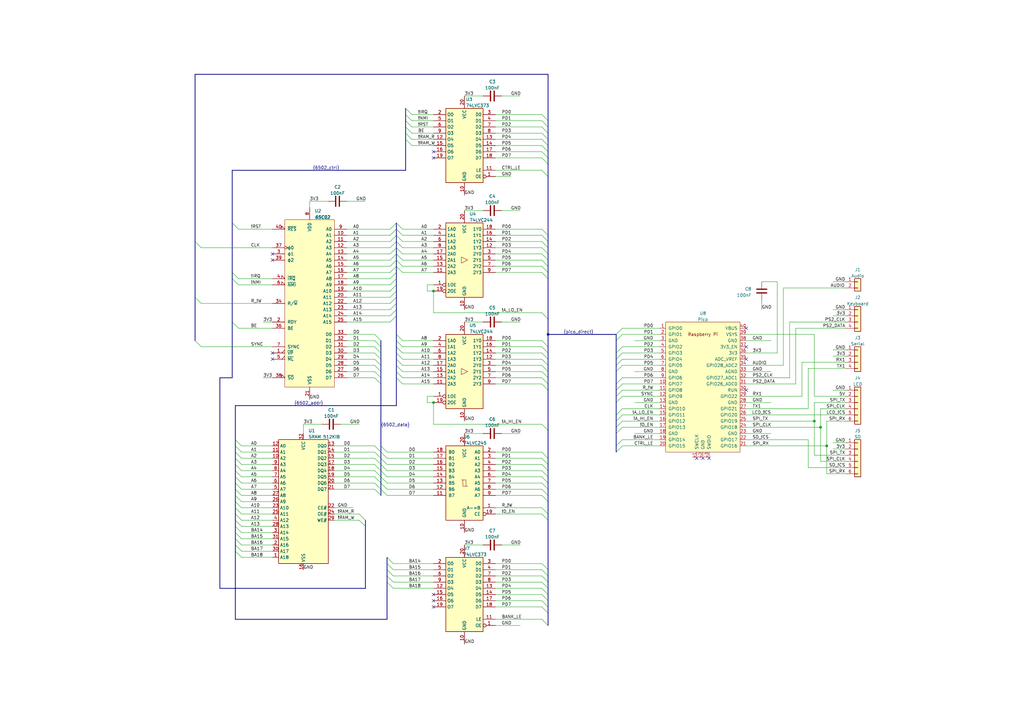
<source format=kicad_sch>
(kicad_sch (version 20211123) (generator eeschema)
  (paper "A3")
  (bus_alias "6502_addr" (members "A0" "A1" "A2" "A3" "A4" "A5" "A6" "A7" "A8" "A9" "A10" "A11" "A12" "A13" "BA14" "BA15" "BA16" "BA17" "BA18" "A14" "A15"))
  (bus_alias "pico_direct" (members "PD0" "PD1" "PD2" "PD3" "PD4" "PD5" "PD6" "PD7" "R_!W" "SYNC" "CLK" "!A_LO_EN" "!A_HI_EN" "BANK_LE" "CTRL_LE" "!D_EN"))
  (bus_alias "6502_ctrl" (members "!IRQ" "!NMI" "!RST" "BE" "!RAM_R" "!RAM_W"))
  (bus_alias "6502_data" (members "D0" "D1" "D2" "D3" "D4" "D5" "D6" "D7"))
  (junction (at 339.09 182.88))
  (junction (at 224.79 137.16))
  (junction (at 177.8 119.38))
  (junction (at 177.8 165.1))
  (junction (at 336.55 175.26))
  (junction (at 334.01 172.72))
  (no_connect (at 111.76 104.14))
  (no_connect (at 111.76 106.68))
  (no_connect (at 111.76 144.78))
  (no_connect (at 111.76 147.32))
  (no_connect (at 177.8 243.84))
  (no_connect (at 177.8 246.38))
  (no_connect (at 177.8 248.92))
  (no_connect (at 177.8 62.23))
  (no_connect (at 177.8 64.77))
  (no_connect (at 290.83 187.96))
  (no_connect (at 285.75 187.96))
  (no_connect (at 288.29 187.96))
  (no_connect (at 306.07 160.02))
  (no_connect (at 306.07 147.32))
  (no_connect (at 306.07 142.24))
  (no_connect (at 306.07 134.62))
  (bus_entry (at 162.56 109.22) (size 2.54 2.54))
  (bus_entry (at 96.52 226.06) (size 2.54 2.54))
  (bus_entry (at 222.25 152.4) (size 2.54 2.54))
  (bus_entry (at 153.67 149.86) (size 2.54 2.54))
  (bus_entry (at 96.52 213.36) (size 2.54 2.54))
  (bus_entry (at 222.25 243.84) (size 2.54 2.54))
  (bus_entry (at 222.25 246.38) (size 2.54 2.54))
  (bus_entry (at 222.25 248.92) (size 2.54 2.54))
  (bus_entry (at 166.37 44.45) (size 2.54 2.54))
  (bus_entry (at 162.56 154.94) (size 2.54 2.54))
  (bus_entry (at 222.25 144.78) (size 2.54 2.54))
  (bus_entry (at 158.75 231.14) (size 2.54 2.54))
  (bus_entry (at 95.25 91.44) (size 2.54 2.54))
  (bus_entry (at 153.67 142.24) (size 2.54 2.54))
  (bus_entry (at 255.27 149.86) (size -2.54 2.54))
  (bus_entry (at 222.25 62.23) (size 2.54 2.54))
  (bus_entry (at 222.25 64.77) (size 2.54 2.54))
  (bus_entry (at 166.37 49.53) (size 2.54 2.54))
  (bus_entry (at 222.25 154.94) (size 2.54 2.54))
  (bus_entry (at 156.21 200.66) (size 2.54 2.54))
  (bus_entry (at 222.25 195.58) (size 2.54 2.54))
  (bus_entry (at 160.02 114.3) (size 2.54 -2.54))
  (bus_entry (at 147.32 213.36) (size 2.54 2.54))
  (bus_entry (at 153.67 193.04) (size 2.54 2.54))
  (bus_entry (at 162.56 144.78) (size 2.54 2.54))
  (bus_entry (at 156.21 185.42) (size 2.54 2.54))
  (bus_entry (at 147.32 210.82) (size 2.54 2.54))
  (bus_entry (at 166.37 57.15) (size 2.54 2.54))
  (bus_entry (at 160.02 132.08) (size 2.54 -2.54))
  (bus_entry (at 96.52 185.42) (size 2.54 2.54))
  (bus_entry (at 96.52 193.04) (size 2.54 2.54))
  (bus_entry (at 255.27 170.18) (size -2.54 2.54))
  (bus_entry (at 96.52 203.2) (size 2.54 2.54))
  (bus_entry (at 222.25 231.14) (size 2.54 2.54))
  (bus_entry (at 153.67 198.12) (size 2.54 2.54))
  (bus_entry (at 222.25 190.5) (size 2.54 2.54))
  (bus_entry (at 153.67 182.88) (size 2.54 2.54))
  (bus_entry (at 255.27 154.94) (size -2.54 2.54))
  (bus_entry (at 156.21 190.5) (size 2.54 2.54))
  (bus_entry (at 162.56 101.6) (size 2.54 2.54))
  (bus_entry (at 222.25 200.66) (size 2.54 2.54))
  (bus_entry (at 162.56 91.44) (size 2.54 2.54))
  (bus_entry (at 222.25 101.6) (size 2.54 2.54))
  (bus_entry (at 222.25 49.53) (size 2.54 2.54))
  (bus_entry (at 222.25 128.27) (size 2.54 2.54))
  (bus_entry (at 222.25 233.68) (size 2.54 2.54))
  (bus_entry (at 160.02 93.98) (size 2.54 -2.54))
  (bus_entry (at 160.02 109.22) (size 2.54 -2.54))
  (bus_entry (at 222.25 59.69) (size 2.54 2.54))
  (bus_entry (at 162.56 139.7) (size 2.54 2.54))
  (bus_entry (at 255.27 144.78) (size -2.54 2.54))
  (bus_entry (at 255.27 180.34) (size -2.54 2.54))
  (bus_entry (at 255.27 182.88) (size -2.54 2.54))
  (bus_entry (at 222.25 139.7) (size 2.54 2.54))
  (bus_entry (at 80.01 121.92) (size 2.54 2.54))
  (bus_entry (at 80.01 139.7) (size 2.54 2.54))
  (bus_entry (at 162.56 93.98) (size 2.54 2.54))
  (bus_entry (at 96.52 195.58) (size 2.54 2.54))
  (bus_entry (at 95.25 132.08) (size 2.54 2.54))
  (bus_entry (at 255.27 162.56) (size -2.54 2.54))
  (bus_entry (at 162.56 147.32) (size 2.54 2.54))
  (bus_entry (at 166.37 54.61) (size 2.54 2.54))
  (bus_entry (at 153.67 139.7) (size 2.54 2.54))
  (bus_entry (at 156.21 182.88) (size 2.54 2.54))
  (bus_entry (at 222.25 238.76) (size 2.54 2.54))
  (bus_entry (at 160.02 124.46) (size 2.54 -2.54))
  (bus_entry (at 162.56 96.52) (size 2.54 2.54))
  (bus_entry (at 160.02 127) (size 2.54 -2.54))
  (bus_entry (at 160.02 111.76) (size 2.54 -2.54))
  (bus_entry (at 222.25 149.86) (size 2.54 2.54))
  (bus_entry (at 96.52 223.52) (size 2.54 2.54))
  (bus_entry (at 255.27 147.32) (size -2.54 2.54))
  (bus_entry (at 153.67 200.66) (size 2.54 2.54))
  (bus_entry (at 160.02 96.52) (size 2.54 -2.54))
  (bus_entry (at 153.67 147.32) (size 2.54 2.54))
  (bus_entry (at 156.21 195.58) (size 2.54 2.54))
  (bus_entry (at 252.73 162.56) (size 2.54 -2.54))
  (bus_entry (at 222.25 193.04) (size 2.54 2.54))
  (bus_entry (at 222.25 210.82) (size 2.54 2.54))
  (bus_entry (at 255.27 175.26) (size -2.54 2.54))
  (bus_entry (at 96.52 187.96) (size 2.54 2.54))
  (bus_entry (at 96.52 190.5) (size 2.54 2.54))
  (bus_entry (at 153.67 195.58) (size 2.54 2.54))
  (bus_entry (at 96.52 200.66) (size 2.54 2.54))
  (bus_entry (at 153.67 190.5) (size 2.54 2.54))
  (bus_entry (at 160.02 116.84) (size 2.54 -2.54))
  (bus_entry (at 160.02 104.14) (size 2.54 -2.54))
  (bus_entry (at 162.56 142.24) (size 2.54 2.54))
  (bus_entry (at 162.56 104.14) (size 2.54 2.54))
  (bus_entry (at 255.27 167.64) (size -2.54 2.54))
  (bus_entry (at 222.25 57.15) (size 2.54 2.54))
  (bus_entry (at 160.02 121.92) (size 2.54 -2.54))
  (bus_entry (at 222.25 52.07) (size 2.54 2.54))
  (bus_entry (at 96.52 205.74) (size 2.54 2.54))
  (bus_entry (at 160.02 101.6) (size 2.54 -2.54))
  (bus_entry (at 153.67 187.96) (size 2.54 2.54))
  (bus_entry (at 222.25 185.42) (size 2.54 2.54))
  (bus_entry (at 96.52 210.82) (size 2.54 2.54))
  (bus_entry (at 255.27 134.62) (size -2.54 2.54))
  (bus_entry (at 255.27 137.16) (size -2.54 2.54))
  (bus_entry (at 255.27 142.24) (size -2.54 2.54))
  (bus_entry (at 222.25 109.22) (size 2.54 2.54))
  (bus_entry (at 222.25 93.98) (size 2.54 2.54))
  (bus_entry (at 156.21 193.04) (size 2.54 2.54))
  (bus_entry (at 156.21 198.12) (size 2.54 2.54))
  (bus_entry (at 162.56 137.16) (size 2.54 2.54))
  (bus_entry (at 166.37 46.99) (size 2.54 2.54))
  (bus_entry (at 153.67 185.42) (size 2.54 2.54))
  (bus_entry (at 222.25 187.96) (size 2.54 2.54))
  (bus_entry (at 96.52 182.88) (size 2.54 2.54))
  (bus_entry (at 222.25 69.85) (size 2.54 2.54))
  (bus_entry (at 222.25 157.48) (size 2.54 2.54))
  (bus_entry (at 222.25 254) (size 2.54 2.54))
  (bus_entry (at 222.25 46.99) (size 2.54 2.54))
  (bus_entry (at 222.25 54.61) (size 2.54 2.54))
  (bus_entry (at 162.56 106.68) (size 2.54 2.54))
  (bus_entry (at 255.27 157.48) (size -2.54 2.54))
  (bus_entry (at 160.02 106.68) (size 2.54 -2.54))
  (bus_entry (at 255.27 172.72) (size -2.54 2.54))
  (bus_entry (at 153.67 152.4) (size 2.54 2.54))
  (bus_entry (at 153.67 137.16) (size 2.54 2.54))
  (bus_entry (at 96.52 215.9) (size 2.54 2.54))
  (bus_entry (at 158.75 238.76) (size 2.54 2.54))
  (bus_entry (at 222.25 241.3) (size 2.54 2.54))
  (bus_entry (at 222.25 99.06) (size 2.54 2.54))
  (bus_entry (at 222.25 142.24) (size 2.54 2.54))
  (bus_entry (at 222.25 147.32) (size 2.54 2.54))
  (bus_entry (at 96.52 198.12) (size 2.54 2.54))
  (bus_entry (at 222.25 106.68) (size 2.54 2.54))
  (bus_entry (at 222.25 203.2) (size 2.54 2.54))
  (bus_entry (at 160.02 119.38) (size 2.54 -2.54))
  (bus_entry (at 160.02 129.54) (size 2.54 -2.54))
  (bus_entry (at 222.25 104.14) (size 2.54 2.54))
  (bus_entry (at 158.75 233.68) (size 2.54 2.54))
  (bus_entry (at 153.67 144.78) (size 2.54 2.54))
  (bus_entry (at 222.25 96.52) (size 2.54 2.54))
  (bus_entry (at 80.01 99.06) (size 2.54 2.54))
  (bus_entry (at 95.25 111.76) (size 2.54 2.54))
  (bus_entry (at 95.25 114.3) (size 2.54 2.54))
  (bus_entry (at 153.67 154.94) (size 2.54 2.54))
  (bus_entry (at 222.25 173.99) (size 2.54 2.54))
  (bus_entry (at 162.56 99.06) (size 2.54 2.54))
  (bus_entry (at 158.75 228.6) (size 2.54 2.54))
  (bus_entry (at 222.25 236.22) (size 2.54 2.54))
  (bus_entry (at 162.56 152.4) (size 2.54 2.54))
  (bus_entry (at 96.52 208.28) (size 2.54 2.54))
  (bus_entry (at 160.02 99.06) (size 2.54 -2.54))
  (bus_entry (at 158.75 236.22) (size 2.54 2.54))
  (bus_entry (at 222.25 111.76) (size 2.54 2.54))
  (bus_entry (at 162.56 149.86) (size 2.54 2.54))
  (bus_entry (at 166.37 52.07) (size 2.54 2.54))
  (bus_entry (at 96.52 218.44) (size 2.54 2.54))
  (bus_entry (at 96.52 180.34) (size 2.54 2.54))
  (bus_entry (at 222.25 208.28) (size 2.54 2.54))
  (bus_entry (at 156.21 187.96) (size 2.54 2.54))
  (bus_entry (at 96.52 220.98) (size 2.54 2.54))
  (bus_entry (at 222.25 198.12) (size 2.54 2.54))
  (wire (pts (xy 177.8 128.27) (xy 222.25 128.27)))
  (wire (pts (xy 346.71 146.05) (xy 341.63 146.05)))
  (wire (pts (xy 142.24 93.98) (xy 160.02 93.98)))
  (bus (pts (xy 95.25 154.94) (xy 90.17 154.94)))
  (wire (pts (xy 168.91 59.69) (xy 177.8 59.69)))
  (wire (pts (xy 331.47 167.64) (xy 331.47 151.13)))
  (bus (pts (xy 156.21 142.24) (xy 156.21 144.78)))
  (bus (pts (xy 156.21 200.66) (xy 156.21 203.2)))
  (wire (pts (xy 158.75 195.58) (xy 177.8 195.58)))
  (wire (pts (xy 99.06 190.5) (xy 111.76 190.5)))
  (wire (pts (xy 270.51 149.86) (xy 255.27 149.86)))
  (wire (pts (xy 165.1 106.68) (xy 177.8 106.68)))
  (wire (pts (xy 175.26 165.1) (xy 177.8 165.1)))
  (wire (pts (xy 99.06 213.36) (xy 111.76 213.36)))
  (wire (pts (xy 142.24 121.92) (xy 160.02 121.92)))
  (bus (pts (xy 224.79 152.4) (xy 224.79 154.94)))
  (wire (pts (xy 99.06 223.52) (xy 111.76 223.52)))
  (wire (pts (xy 165.1 111.76) (xy 177.8 111.76)))
  (bus (pts (xy 252.73 177.8) (xy 252.73 182.88)))
  (bus (pts (xy 96.52 223.52) (xy 96.52 226.06)))
  (wire (pts (xy 318.77 144.78) (xy 318.77 115.57)))
  (wire (pts (xy 175.26 116.84) (xy 175.26 119.38)))
  (bus (pts (xy 162.56 166.37) (xy 96.52 166.37)))
  (bus (pts (xy 162.56 147.32) (xy 162.56 149.86)))
  (bus (pts (xy 252.73 165.1) (xy 252.73 162.56)))
  (bus (pts (xy 224.79 200.66) (xy 224.79 203.2)))
  (wire (pts (xy 222.25 254) (xy 203.2 254)))
  (bus (pts (xy 224.79 193.04) (xy 224.79 195.58)))
  (bus (pts (xy 162.56 111.76) (xy 162.56 114.3)))
  (wire (pts (xy 137.16 187.96) (xy 153.67 187.96)))
  (bus (pts (xy 162.56 119.38) (xy 162.56 121.92)))
  (wire (pts (xy 306.07 175.26) (xy 336.55 175.26)))
  (wire (pts (xy 346.71 129.54) (xy 341.63 129.54)))
  (bus (pts (xy 96.52 210.82) (xy 96.52 213.36)))
  (wire (pts (xy 270.51 165.1) (xy 260.35 165.1)))
  (bus (pts (xy 224.79 149.86) (xy 224.79 152.4)))
  (wire (pts (xy 177.8 116.84) (xy 175.26 116.84)))
  (wire (pts (xy 142.24 99.06) (xy 160.02 99.06)))
  (bus (pts (xy 224.79 251.46) (xy 224.79 256.54)))
  (bus (pts (xy 162.56 93.98) (xy 162.56 96.52)))
  (wire (pts (xy 177.8 162.56) (xy 175.26 162.56)))
  (bus (pts (xy 252.73 139.7) (xy 252.73 144.78)))
  (bus (pts (xy 156.21 139.7) (xy 156.21 142.24)))
  (bus (pts (xy 156.21 157.48) (xy 156.21 182.88)))
  (wire (pts (xy 334.01 165.1) (xy 334.01 172.72)))
  (bus (pts (xy 156.21 198.12) (xy 156.21 200.66)))
  (wire (pts (xy 137.16 185.42) (xy 153.67 185.42)))
  (wire (pts (xy 346.71 184.15) (xy 341.63 184.15)))
  (bus (pts (xy 224.79 248.92) (xy 224.79 251.46)))
  (wire (pts (xy 346.71 127) (xy 341.63 127)))
  (wire (pts (xy 203.2 187.96) (xy 222.25 187.96)))
  (wire (pts (xy 124.46 173.99) (xy 132.08 173.99)))
  (wire (pts (xy 142.24 149.86) (xy 153.67 149.86)))
  (bus (pts (xy 224.79 101.6) (xy 224.79 104.14)))
  (wire (pts (xy 270.51 142.24) (xy 255.27 142.24)))
  (wire (pts (xy 336.55 167.64) (xy 336.55 175.26)))
  (bus (pts (xy 95.25 132.08) (xy 95.25 154.94)))
  (wire (pts (xy 306.07 144.78) (xy 318.77 144.78)))
  (wire (pts (xy 331.47 151.13) (xy 346.71 151.13)))
  (wire (pts (xy 158.75 187.96) (xy 177.8 187.96)))
  (wire (pts (xy 175.26 119.38) (xy 177.8 119.38)))
  (wire (pts (xy 328.93 148.59) (xy 346.71 148.59)))
  (wire (pts (xy 213.36 39.37) (xy 205.74 39.37)))
  (bus (pts (xy 166.37 52.07) (xy 166.37 54.61)))
  (wire (pts (xy 203.2 52.07) (xy 222.25 52.07)))
  (bus (pts (xy 224.79 96.52) (xy 224.79 99.06)))
  (wire (pts (xy 165.1 101.6) (xy 177.8 101.6)))
  (wire (pts (xy 165.1 96.52) (xy 177.8 96.52)))
  (wire (pts (xy 326.39 157.48) (xy 326.39 134.62)))
  (wire (pts (xy 312.42 123.19) (xy 312.42 127)))
  (wire (pts (xy 213.36 132.08) (xy 205.74 132.08)))
  (wire (pts (xy 142.24 147.32) (xy 153.67 147.32)))
  (wire (pts (xy 142.24 119.38) (xy 160.02 119.38)))
  (wire (pts (xy 158.75 193.04) (xy 177.8 193.04)))
  (wire (pts (xy 142.24 129.54) (xy 160.02 129.54)))
  (bus (pts (xy 252.73 157.48) (xy 252.73 152.4)))
  (wire (pts (xy 158.75 185.42) (xy 177.8 185.42)))
  (bus (pts (xy 224.79 205.74) (xy 224.79 210.82)))
  (bus (pts (xy 158.75 228.6) (xy 158.75 231.14)))
  (wire (pts (xy 270.51 172.72) (xy 255.27 172.72)))
  (bus (pts (xy 224.79 64.77) (xy 224.79 67.31)))
  (bus (pts (xy 162.56 121.92) (xy 162.56 124.46)))
  (wire (pts (xy 99.06 193.04) (xy 111.76 193.04)))
  (wire (pts (xy 168.91 46.99) (xy 177.8 46.99)))
  (wire (pts (xy 190.5 39.37) (xy 198.12 39.37)))
  (bus (pts (xy 162.56 139.7) (xy 162.56 142.24)))
  (bus (pts (xy 224.79 238.76) (xy 224.79 241.3)))
  (wire (pts (xy 137.16 208.28) (xy 144.78 208.28)))
  (wire (pts (xy 142.24 96.52) (xy 160.02 96.52)))
  (wire (pts (xy 336.55 175.26) (xy 336.55 189.23)))
  (bus (pts (xy 252.73 149.86) (xy 252.73 147.32)))
  (bus (pts (xy 162.56 114.3) (xy 162.56 116.84)))
  (wire (pts (xy 346.71 172.72) (xy 339.09 172.72)))
  (wire (pts (xy 127 82.55) (xy 134.62 82.55)))
  (wire (pts (xy 97.79 116.84) (xy 111.76 116.84)))
  (bus (pts (xy 224.79 147.32) (xy 224.79 149.86)))
  (bus (pts (xy 224.79 49.53) (xy 224.79 52.07)))
  (bus (pts (xy 156.21 154.94) (xy 156.21 157.48)))
  (bus (pts (xy 224.79 130.81) (xy 224.79 137.16)))
  (wire (pts (xy 158.75 200.66) (xy 177.8 200.66)))
  (wire (pts (xy 168.91 49.53) (xy 177.8 49.53)))
  (wire (pts (xy 124.46 173.99) (xy 124.46 177.8)))
  (bus (pts (xy 224.79 236.22) (xy 224.79 238.76)))
  (wire (pts (xy 270.51 180.34) (xy 255.27 180.34)))
  (wire (pts (xy 306.07 157.48) (xy 326.39 157.48)))
  (wire (pts (xy 203.2 62.23) (xy 222.25 62.23)))
  (bus (pts (xy 96.52 215.9) (xy 96.52 218.44)))
  (wire (pts (xy 137.16 195.58) (xy 153.67 195.58)))
  (bus (pts (xy 224.79 109.22) (xy 224.79 111.76)))
  (wire (pts (xy 203.2 142.24) (xy 222.25 142.24)))
  (bus (pts (xy 162.56 124.46) (xy 162.56 127)))
  (wire (pts (xy 270.51 162.56) (xy 255.27 162.56)))
  (wire (pts (xy 177.8 165.1) (xy 177.8 173.99)))
  (bus (pts (xy 224.79 142.24) (xy 224.79 144.78)))
  (wire (pts (xy 203.2 106.68) (xy 222.25 106.68)))
  (bus (pts (xy 96.52 166.37) (xy 96.52 180.34)))
  (bus (pts (xy 252.73 170.18) (xy 252.73 165.1)))
  (bus (pts (xy 149.86 215.9) (xy 149.86 241.3)))
  (wire (pts (xy 203.2 193.04) (xy 222.25 193.04)))
  (wire (pts (xy 323.85 154.94) (xy 323.85 132.08)))
  (wire (pts (xy 213.36 177.8) (xy 205.74 177.8)))
  (wire (pts (xy 203.2 99.06) (xy 222.25 99.06)))
  (wire (pts (xy 82.55 124.46) (xy 111.76 124.46)))
  (wire (pts (xy 142.24 127) (xy 160.02 127)))
  (bus (pts (xy 156.21 149.86) (xy 156.21 152.4)))
  (bus (pts (xy 224.79 157.48) (xy 224.79 160.02)))
  (wire (pts (xy 161.29 236.22) (xy 177.8 236.22)))
  (bus (pts (xy 162.56 127) (xy 162.56 129.54)))
  (bus (pts (xy 224.79 49.53) (xy 224.79 30.48)))
  (bus (pts (xy 96.52 218.44) (xy 96.52 220.98)))
  (wire (pts (xy 175.26 162.56) (xy 175.26 165.1)))
  (wire (pts (xy 137.16 193.04) (xy 153.67 193.04)))
  (wire (pts (xy 203.2 152.4) (xy 222.25 152.4)))
  (bus (pts (xy 96.52 203.2) (xy 96.52 205.74)))
  (wire (pts (xy 190.5 223.52) (xy 198.12 223.52)))
  (wire (pts (xy 270.51 182.88) (xy 255.27 182.88)))
  (bus (pts (xy 96.52 254) (xy 158.75 254)))
  (wire (pts (xy 203.2 256.54) (xy 213.36 256.54)))
  (bus (pts (xy 162.56 129.54) (xy 162.56 137.16)))
  (bus (pts (xy 96.52 213.36) (xy 96.52 215.9)))
  (bus (pts (xy 96.52 185.42) (xy 96.52 187.96)))
  (bus (pts (xy 149.86 213.36) (xy 149.86 215.9)))
  (bus (pts (xy 96.52 220.98) (xy 96.52 223.52)))
  (bus (pts (xy 96.52 182.88) (xy 96.52 185.42)))
  (wire (pts (xy 270.51 152.4) (xy 260.35 152.4)))
  (wire (pts (xy 331.47 167.64) (xy 306.07 167.64)))
  (wire (pts (xy 137.16 210.82) (xy 147.32 210.82)))
  (wire (pts (xy 165.1 154.94) (xy 177.8 154.94)))
  (wire (pts (xy 149.86 82.55) (xy 142.24 82.55)))
  (wire (pts (xy 97.79 114.3) (xy 111.76 114.3)))
  (wire (pts (xy 99.06 200.66) (xy 111.76 200.66)))
  (wire (pts (xy 137.16 213.36) (xy 147.32 213.36)))
  (wire (pts (xy 270.51 139.7) (xy 260.35 139.7)))
  (wire (pts (xy 165.1 93.98) (xy 177.8 93.98)))
  (wire (pts (xy 346.71 118.11) (xy 321.31 118.11)))
  (bus (pts (xy 224.79 106.68) (xy 224.79 109.22)))
  (wire (pts (xy 99.06 182.88) (xy 111.76 182.88)))
  (wire (pts (xy 99.06 210.82) (xy 111.76 210.82)))
  (wire (pts (xy 142.24 101.6) (xy 160.02 101.6)))
  (wire (pts (xy 142.24 109.22) (xy 160.02 109.22)))
  (bus (pts (xy 96.52 198.12) (xy 96.52 200.66)))
  (bus (pts (xy 162.56 116.84) (xy 162.56 119.38)))
  (bus (pts (xy 96.52 200.66) (xy 96.52 203.2)))
  (wire (pts (xy 147.32 173.99) (xy 139.7 173.99)))
  (wire (pts (xy 222.25 69.85) (xy 203.2 69.85)))
  (bus (pts (xy 158.75 238.76) (xy 158.75 254)))
  (wire (pts (xy 165.1 142.24) (xy 177.8 142.24)))
  (wire (pts (xy 161.29 233.68) (xy 177.8 233.68)))
  (wire (pts (xy 82.55 142.24) (xy 111.76 142.24)))
  (bus (pts (xy 224.79 104.14) (xy 224.79 106.68)))
  (wire (pts (xy 346.71 143.51) (xy 341.63 143.51)))
  (bus (pts (xy 252.73 152.4) (xy 252.73 149.86)))
  (bus (pts (xy 224.79 111.76) (xy 224.79 114.3)))
  (bus (pts (xy 224.79 190.5) (xy 224.79 193.04)))
  (bus (pts (xy 224.79 241.3) (xy 224.79 243.84)))
  (bus (pts (xy 224.79 54.61) (xy 224.79 57.15)))
  (wire (pts (xy 177.8 173.99) (xy 222.25 173.99)))
  (bus (pts (xy 162.56 152.4) (xy 162.56 154.94)))
  (bus (pts (xy 224.79 59.69) (xy 224.79 62.23)))
  (wire (pts (xy 142.24 114.3) (xy 160.02 114.3)))
  (wire (pts (xy 161.29 241.3) (xy 177.8 241.3)))
  (bus (pts (xy 162.56 96.52) (xy 162.56 99.06)))
  (wire (pts (xy 270.51 154.94) (xy 255.27 154.94)))
  (bus (pts (xy 90.17 154.94) (xy 90.17 241.3)))
  (wire (pts (xy 270.51 175.26) (xy 255.27 175.26)))
  (bus (pts (xy 95.25 91.44) (xy 95.25 111.76)))
  (wire (pts (xy 306.07 172.72) (xy 334.01 172.72)))
  (bus (pts (xy 156.21 147.32) (xy 156.21 149.86)))
  (wire (pts (xy 203.2 57.15) (xy 222.25 57.15)))
  (wire (pts (xy 346.71 115.57) (xy 341.63 115.57)))
  (wire (pts (xy 99.06 203.2) (xy 111.76 203.2)))
  (wire (pts (xy 165.1 147.32) (xy 177.8 147.32)))
  (wire (pts (xy 142.24 106.68) (xy 160.02 106.68)))
  (bus (pts (xy 162.56 101.6) (xy 162.56 104.14)))
  (bus (pts (xy 158.75 231.14) (xy 158.75 233.68)))
  (wire (pts (xy 82.55 101.6) (xy 111.76 101.6)))
  (wire (pts (xy 97.79 93.98) (xy 111.76 93.98)))
  (wire (pts (xy 270.51 170.18) (xy 255.27 170.18)))
  (wire (pts (xy 158.75 198.12) (xy 177.8 198.12)))
  (wire (pts (xy 346.71 165.1) (xy 334.01 165.1)))
  (wire (pts (xy 203.2 54.61) (xy 222.25 54.61)))
  (bus (pts (xy 224.79 137.16) (xy 224.79 142.24)))
  (wire (pts (xy 99.06 220.98) (xy 111.76 220.98)))
  (bus (pts (xy 224.79 114.3) (xy 224.79 130.81)))
  (bus (pts (xy 162.56 149.86) (xy 162.56 152.4)))
  (wire (pts (xy 203.2 154.94) (xy 222.25 154.94)))
  (bus (pts (xy 166.37 69.85) (xy 95.25 69.85)))
  (bus (pts (xy 166.37 57.15) (xy 166.37 69.85)))
  (wire (pts (xy 334.01 172.72) (xy 334.01 186.69)))
  (bus (pts (xy 96.52 193.04) (xy 96.52 195.58)))
  (bus (pts (xy 96.52 226.06) (xy 96.52 254)))
  (wire (pts (xy 346.71 191.77) (xy 331.47 191.77)))
  (wire (pts (xy 165.1 157.48) (xy 177.8 157.48)))
  (bus (pts (xy 224.79 99.06) (xy 224.79 101.6)))
  (wire (pts (xy 328.93 162.56) (xy 328.93 148.59)))
  (bus (pts (xy 224.79 233.68) (xy 224.79 236.22)))
  (wire (pts (xy 137.16 198.12) (xy 153.67 198.12)))
  (bus (pts (xy 252.73 175.26) (xy 252.73 172.72)))
  (wire (pts (xy 142.24 111.76) (xy 160.02 111.76)))
  (wire (pts (xy 203.2 109.22) (xy 222.25 109.22)))
  (wire (pts (xy 165.1 144.78) (xy 177.8 144.78)))
  (wire (pts (xy 99.06 208.28) (xy 111.76 208.28)))
  (bus (pts (xy 96.52 190.5) (xy 96.52 193.04)))
  (wire (pts (xy 97.79 134.62) (xy 111.76 134.62)))
  (wire (pts (xy 165.1 152.4) (xy 177.8 152.4)))
  (wire (pts (xy 177.8 119.38) (xy 177.8 128.27)))
  (bus (pts (xy 224.79 67.31) (xy 224.79 72.39)))
  (bus (pts (xy 224.79 210.82) (xy 224.79 213.36)))
  (wire (pts (xy 99.06 198.12) (xy 111.76 198.12)))
  (wire (pts (xy 346.71 181.61) (xy 341.63 181.61)))
  (wire (pts (xy 203.2 195.58) (xy 222.25 195.58)))
  (wire (pts (xy 203.2 157.48) (xy 222.25 157.48)))
  (bus (pts (xy 95.25 69.85) (xy 95.25 91.44)))
  (wire (pts (xy 190.5 177.8) (xy 198.12 177.8)))
  (wire (pts (xy 168.91 57.15) (xy 177.8 57.15)))
  (bus (pts (xy 224.79 57.15) (xy 224.79 59.69)))
  (wire (pts (xy 99.06 195.58) (xy 111.76 195.58)))
  (bus (pts (xy 156.21 185.42) (xy 156.21 187.96)))
  (wire (pts (xy 168.91 54.61) (xy 177.8 54.61)))
  (wire (pts (xy 142.24 154.94) (xy 153.67 154.94)))
  (wire (pts (xy 326.39 134.62) (xy 346.71 134.62)))
  (wire (pts (xy 203.2 198.12) (xy 222.25 198.12)))
  (bus (pts (xy 162.56 109.22) (xy 162.56 111.76)))
  (wire (pts (xy 203.2 241.3) (xy 222.25 241.3)))
  (bus (pts (xy 166.37 44.45) (xy 166.37 46.99)))
  (bus (pts (xy 224.79 198.12) (xy 224.79 200.66)))
  (wire (pts (xy 142.24 124.46) (xy 160.02 124.46)))
  (bus (pts (xy 158.75 236.22) (xy 158.75 238.76)))
  (wire (pts (xy 203.2 248.92) (xy 222.25 248.92)))
  (bus (pts (xy 80.01 121.92) (xy 80.01 139.7)))
  (wire (pts (xy 203.2 243.84) (xy 222.25 243.84)))
  (bus (pts (xy 90.17 241.3) (xy 149.86 241.3)))
  (wire (pts (xy 203.2 49.53) (xy 222.25 49.53)))
  (wire (pts (xy 334.01 186.69) (xy 346.71 186.69)))
  (wire (pts (xy 270.51 144.78) (xy 255.27 144.78)))
  (wire (pts (xy 270.51 177.8) (xy 260.35 177.8)))
  (wire (pts (xy 142.24 139.7) (xy 153.67 139.7)))
  (bus (pts (xy 224.79 30.48) (xy 80.01 30.48)))
  (wire (pts (xy 190.5 132.08) (xy 198.12 132.08)))
  (bus (pts (xy 224.79 195.58) (xy 224.79 198.12)))
  (bus (pts (xy 166.37 49.53) (xy 166.37 52.07)))
  (bus (pts (xy 224.79 154.94) (xy 224.79 157.48)))
  (bus (pts (xy 80.01 99.06) (xy 80.01 121.92)))
  (wire (pts (xy 270.51 160.02) (xy 255.27 160.02)))
  (wire (pts (xy 346.71 167.64) (xy 336.55 167.64)))
  (wire (pts (xy 323.85 132.08) (xy 346.71 132.08)))
  (bus (pts (xy 162.56 144.78) (xy 162.56 147.32)))
  (wire (pts (xy 107.95 132.08) (xy 111.76 132.08)))
  (bus (pts (xy 162.56 91.44) (xy 162.56 93.98)))
  (wire (pts (xy 203.2 149.86) (xy 222.25 149.86)))
  (bus (pts (xy 95.25 111.76) (xy 95.25 114.3)))
  (bus (pts (xy 96.52 195.58) (xy 96.52 198.12)))
  (wire (pts (xy 331.47 180.34) (xy 331.47 191.77)))
  (bus (pts (xy 252.73 175.26) (xy 252.73 177.8)))
  (wire (pts (xy 165.1 149.86) (xy 177.8 149.86)))
  (wire (pts (xy 165.1 109.22) (xy 177.8 109.22)))
  (wire (pts (xy 137.16 200.66) (xy 153.67 200.66)))
  (wire (pts (xy 316.23 152.4) (xy 306.07 152.4)))
  (bus (pts (xy 96.52 205.74) (xy 96.52 208.28)))
  (wire (pts (xy 99.06 218.44) (xy 111.76 218.44)))
  (wire (pts (xy 203.2 231.14) (xy 222.25 231.14)))
  (bus (pts (xy 252.73 160.02) (xy 252.73 157.48)))
  (wire (pts (xy 99.06 185.42) (xy 111.76 185.42)))
  (wire (pts (xy 346.71 170.18) (xy 306.07 170.18)))
  (wire (pts (xy 165.1 99.06) (xy 177.8 99.06)))
  (wire (pts (xy 316.23 165.1) (xy 306.07 165.1)))
  (wire (pts (xy 316.23 177.8) (xy 306.07 177.8)))
  (bus (pts (xy 156.21 195.58) (xy 156.21 198.12)))
  (wire (pts (xy 203.2 59.69) (xy 222.25 59.69)))
  (wire (pts (xy 203.2 64.77) (xy 222.25 64.77)))
  (wire (pts (xy 270.51 134.62) (xy 255.27 134.62)))
  (bus (pts (xy 224.79 243.84) (xy 224.79 246.38)))
  (bus (pts (xy 96.52 208.28) (xy 96.52 210.82)))
  (bus (pts (xy 166.37 54.61) (xy 166.37 57.15)))
  (wire (pts (xy 270.51 147.32) (xy 255.27 147.32)))
  (wire (pts (xy 99.06 187.96) (xy 111.76 187.96)))
  (wire (pts (xy 137.16 182.88) (xy 153.67 182.88)))
  (bus (pts (xy 96.52 180.34) (xy 96.52 182.88)))
  (bus (pts (xy 156.21 187.96) (xy 156.21 190.5)))
  (bus (pts (xy 252.73 182.88) (xy 252.73 185.42)))
  (wire (pts (xy 203.2 210.82) (xy 222.25 210.82)))
  (wire (pts (xy 203.2 190.5) (xy 222.25 190.5)))
  (bus (pts (xy 162.56 104.14) (xy 162.56 106.68)))
  (bus (pts (xy 252.73 137.16) (xy 252.73 139.7)))
  (bus (pts (xy 162.56 137.16) (xy 162.56 139.7)))
  (bus (pts (xy 224.79 176.53) (xy 224.79 187.96)))
  (wire (pts (xy 213.36 86.36) (xy 205.74 86.36)))
  (wire (pts (xy 336.55 189.23) (xy 346.71 189.23)))
  (wire (pts (xy 142.24 104.14) (xy 160.02 104.14)))
  (wire (pts (xy 165.1 139.7) (xy 177.8 139.7)))
  (wire (pts (xy 312.42 115.57) (xy 318.77 115.57)))
  (wire (pts (xy 203.2 208.28) (xy 222.25 208.28)))
  (bus (pts (xy 95.25 114.3) (xy 95.25 132.08)))
  (bus (pts (xy 252.73 137.16) (xy 224.79 137.16)))
  (bus (pts (xy 162.56 99.06) (xy 162.56 101.6)))
  (wire (pts (xy 203.2 96.52) (xy 222.25 96.52)))
  (bus (pts (xy 224.79 72.39) (xy 224.79 96.52)))
  (wire (pts (xy 203.2 111.76) (xy 222.25 111.76)))
  (wire (pts (xy 127 82.55) (xy 127 85.09)))
  (wire (pts (xy 203.2 139.7) (xy 222.25 139.7)))
  (wire (pts (xy 328.93 162.56) (xy 306.07 162.56)))
  (wire (pts (xy 165.1 104.14) (xy 177.8 104.14)))
  (wire (pts (xy 161.29 238.76) (xy 177.8 238.76)))
  (wire (pts (xy 142.24 144.78) (xy 153.67 144.78)))
  (bus (pts (xy 224.79 160.02) (xy 224.79 176.53)))
  (wire (pts (xy 203.2 147.32) (xy 222.25 147.32)))
  (wire (pts (xy 203.2 72.39) (xy 209.55 72.39)))
  (wire (pts (xy 203.2 185.42) (xy 222.25 185.42)))
  (wire (pts (xy 339.09 182.88) (xy 339.09 194.31)))
  (bus (pts (xy 252.73 160.02) (xy 252.73 162.56)))
  (wire (pts (xy 270.51 167.64) (xy 255.27 167.64)))
  (wire (pts (xy 306.07 149.86) (xy 321.31 149.86)))
  (wire (pts (xy 203.2 246.38) (xy 222.25 246.38)))
  (wire (pts (xy 339.09 194.31) (xy 346.71 194.31)))
  (wire (pts (xy 203.2 144.78) (xy 222.25 144.78)))
  (bus (pts (xy 162.56 142.24) (xy 162.56 144.78)))
  (wire (pts (xy 203.2 93.98) (xy 222.25 93.98)))
  (wire (pts (xy 334.01 162.56) (xy 346.71 162.56)))
  (wire (pts (xy 306.07 137.16) (xy 334.01 137.16)))
  (bus (pts (xy 224.79 203.2) (xy 224.79 205.74)))
  (bus (pts (xy 252.73 172.72) (xy 252.73 170.18)))
  (wire (pts (xy 203.2 233.68) (xy 222.25 233.68)))
  (wire (pts (xy 99.06 228.6) (xy 111.76 228.6)))
  (wire (pts (xy 142.24 137.16) (xy 153.67 137.16)))
  (wire (pts (xy 161.29 231.14) (xy 177.8 231.14)))
  (wire (pts (xy 99.06 205.74) (xy 111.76 205.74)))
  (wire (pts (xy 213.36 223.52) (xy 205.74 223.52)))
  (bus (pts (xy 224.79 52.07) (xy 224.79 54.61)))
  (wire (pts (xy 270.51 137.16) (xy 255.27 137.16)))
  (bus (pts (xy 224.79 62.23) (xy 224.79 64.77)))
  (wire (pts (xy 203.2 104.14) (xy 222.25 104.14)))
  (wire (pts (xy 142.24 132.08) (xy 160.02 132.08)))
  (bus (pts (xy 156.21 152.4) (xy 156.21 154.94)))
  (bus (pts (xy 162.56 106.68) (xy 162.56 109.22)))
  (wire (pts (xy 142.24 116.84) (xy 160.02 116.84)))
  (wire (pts (xy 306.07 154.94) (xy 323.85 154.94)))
  (bus (pts (xy 224.79 213.36) (xy 224.79 233.68)))
  (bus (pts (xy 224.79 187.96) (xy 224.79 190.5)))
  (bus (pts (xy 252.73 144.78) (xy 252.73 147.32)))
  (wire (pts (xy 306.07 182.88) (xy 339.09 182.88)))
  (bus (pts (xy 224.79 246.38) (xy 224.79 248.92)))
  (wire (pts (xy 321.31 118.11) (xy 321.31 149.86)))
  (bus (pts (xy 166.37 46.99) (xy 166.37 49.53)))
  (wire (pts (xy 270.51 157.48) (xy 255.27 157.48)))
  (wire (pts (xy 203.2 101.6) (xy 222.25 101.6)))
  (wire (pts (xy 306.07 180.34) (xy 331.47 180.34)))
  (bus (pts (xy 156.21 193.04) (xy 156.21 195.58)))
  (bus (pts (xy 156.21 190.5) (xy 156.21 193.04)))
  (wire (pts (xy 158.75 190.5) (xy 177.8 190.5)))
  (wire (pts (xy 203.2 236.22) (xy 222.25 236.22)))
  (wire (pts (xy 203.2 238.76) (xy 222.25 238.76)))
  (wire (pts (xy 190.5 86.36) (xy 198.12 86.36)))
  (wire (pts (xy 346.71 160.02) (xy 341.63 160.02)))
  (bus (pts (xy 224.79 144.78) (xy 224.79 147.32)))
  (wire (pts (xy 203.2 46.99) (xy 222.25 46.99)))
  (wire (pts (xy 339.09 172.72) (xy 339.09 182.88)))
  (wire (pts (xy 107.95 154.94) (xy 111.76 154.94)))
  (wire (pts (xy 203.2 203.2) (xy 222.25 203.2)))
  (wire (pts (xy 142.24 152.4) (xy 153.67 152.4)))
  (bus (pts (xy 162.56 154.94) (xy 162.56 166.37)))
  (bus (pts (xy 96.52 187.96) (xy 96.52 190.5)))
  (wire (pts (xy 203.2 200.66) (xy 222.25 200.66)))
  (wire (pts (xy 334.01 137.16) (xy 334.01 162.56)))
  (wire (pts (xy 316.23 139.7) (xy 306.07 139.7)))
  (bus (pts (xy 158.75 233.68) (xy 158.75 236.22)))
  (wire (pts (xy 99.06 215.9) (xy 111.76 215.9)))
  (wire (pts (xy 99.06 226.06) (xy 111.76 226.06)))
  (bus (pts (xy 156.21 182.88) (xy 156.21 185.42)))
  (wire (pts (xy 137.16 190.5) (xy 153.67 190.5)))
  (wire (pts (xy 158.75 203.2) (xy 177.8 203.2)))
  (wire (pts (xy 168.91 52.07) (xy 177.8 52.07)))
  (wire (pts (xy 142.24 142.24) (xy 153.67 142.24)))
  (bus (pts (xy 80.01 30.48) (xy 80.01 99.06)))
  (bus (pts (xy 156.21 144.78) (xy 156.21 147.32)))
  (label "BA16" (at 102.87 223.52 0))
  (label "A14" (at 144.78 129.54 0))
  (label "PD1" (at 205.74 96.52 0))
  (label "CTRL_LE" (at 267.97 182.88 180))
  (label "BA17" (at 102.87 226.06 0))
  (label "PS2_DATA" (at 346.71 134.62 180))
  (label "PD4" (at 205.74 241.3 0))
  (label "GND" (at 124.46 233.68 0))
  (label "{pico_direct}" (at 231.14 137.16 0))
  (label "BE" (at 171.45 54.61 0))
  (label "D3" (at 167.64 193.04 0))
  (label "GND" (at 205.74 256.54 0))
  (label "D7" (at 144.78 154.94 0))
  (label "!A_LO_EN" (at 267.97 170.18 180))
  (label "A8" (at 102.87 203.2 0))
  (label "PD1" (at 267.97 137.16 180))
  (label "A12" (at 144.78 124.46 0))
  (label "3V3" (at 124.46 173.99 0))
  (label "{6502_ctrl}" (at 128.27 69.85 0))
  (label "PS2_DATA" (at 308.61 157.48 0))
  (label "D0" (at 167.64 185.42 0))
  (label "R_!W" (at 267.97 160.02 180))
  (label "GND" (at 209.55 39.37 0))
  (label "GND" (at 267.97 152.4 180))
  (label "GND" (at 308.61 165.1 0))
  (label "D0" (at 144.78 137.16 0))
  (label "SPI_RX" (at 346.71 172.72 180))
  (label "GND" (at 190.5 80.01 0))
  (label "!RAM_W" (at 138.43 213.36 0))
  (label "PD3" (at 205.74 193.04 0))
  (label "A15" (at 144.78 132.08 0))
  (label "GND" (at 209.55 223.52 0))
  (label "GND" (at 143.51 173.99 0))
  (label "A13" (at 144.78 127 0))
  (label "SPI_TX" (at 346.71 165.1 180))
  (label "LCD_!CS" (at 316.23 170.18 180))
  (label "!D_EN" (at 205.74 210.82 0))
  (label "D4" (at 144.78 147.32 0))
  (label "GND" (at 209.55 177.8 0))
  (label "3V3" (at 127 82.55 0))
  (label "A10" (at 144.78 119.38 0))
  (label "GND" (at 205.74 72.39 0))
  (label "GND" (at 346.71 143.51 180))
  (label "PD0" (at 205.74 231.14 0))
  (label "GND" (at 308.61 152.4 0))
  (label "BA16" (at 167.64 236.22 0))
  (label "TX1" (at 308.61 167.64 0))
  (label "PD5" (at 205.74 152.4 0))
  (label "A11" (at 102.87 210.82 0))
  (label "PD4" (at 205.74 149.86 0))
  (label "A4" (at 102.87 193.04 0))
  (label "PS2_CLK" (at 308.61 154.94 0))
  (label "!A_LO_EN" (at 205.74 128.27 0))
  (label "SPI_RX" (at 308.61 182.88 0))
  (label "PD2" (at 205.74 52.07 0))
  (label "A0" (at 144.78 93.98 0))
  (label "D7" (at 167.64 203.2 0))
  (label "PD1" (at 205.74 142.24 0))
  (label "!A_HI_EN" (at 205.74 173.99 0))
  (label "!NMI" (at 171.45 49.53 0))
  (label "GND" (at 190.5 218.44 0))
  (label "BA14" (at 102.87 218.44 0))
  (label "3V3" (at 107.95 132.08 0))
  (label "A10" (at 102.87 208.28 0))
  (label "AUDIO" (at 308.61 149.86 0))
  (label "BA15" (at 167.64 233.68 0))
  (label "GND" (at 346.71 181.61 180))
  (label "PD0" (at 205.74 185.42 0))
  (label "3V3" (at 190.5 39.37 0))
  (label "PD7" (at 267.97 157.48 180))
  (label "A3" (at 102.87 190.5 0))
  (label "A3" (at 172.72 101.6 0))
  (label "D1" (at 140.97 185.42 0))
  (label "!IRQ" (at 102.87 114.3 0))
  (label "BA18" (at 102.87 228.6 0))
  (label "A12" (at 102.87 213.36 0))
  (label "PD1" (at 205.74 49.53 0))
  (label "PD5" (at 205.74 106.68 0))
  (label "GND" (at 308.61 177.8 0))
  (label "GND" (at 267.97 139.7 180))
  (label "A7" (at 144.78 111.76 0))
  (label "PD4" (at 205.74 104.14 0))
  (label "3V3" (at 190.5 223.52 0))
  (label "PD2" (at 205.74 236.22 0))
  (label "BA18" (at 167.64 241.3 0))
  (label "PD7" (at 205.74 111.76 0))
  (label "PD0" (at 205.74 46.99 0))
  (label "PD6" (at 267.97 154.94 180))
  (label "3V3" (at 107.95 154.94 0))
  (label "D2" (at 167.64 190.5 0))
  (label "D3" (at 144.78 144.78 0))
  (label "PD7" (at 205.74 248.92 0))
  (label "LCD_!CS" (at 346.71 170.18 180))
  (label "PD2" (at 205.74 144.78 0))
  (label "D3" (at 140.97 190.5 0))
  (label "A0" (at 102.87 182.88 0))
  (label "A1" (at 144.78 96.52 0))
  (label "SPI_TX" (at 308.61 172.72 0))
  (label "A2" (at 144.78 99.06 0))
  (label "D2" (at 144.78 142.24 0))
  (label "PD7" (at 205.74 157.48 0))
  (label "D5" (at 140.97 195.58 0))
  (label "PD6" (at 205.74 246.38 0))
  (label "SPI_CLK" (at 308.61 175.26 0))
  (label "A9" (at 102.87 205.74 0))
  (label "D5" (at 167.64 198.12 0))
  (label "PD4" (at 205.74 195.58 0))
  (label "A1" (at 102.87 185.42 0))
  (label "D4" (at 167.64 195.58 0))
  (label "GND" (at 190.5 264.16 0))
  (label "GND" (at 209.55 132.08 0))
  (label "BE" (at 102.87 134.62 0))
  (label "A0" (at 172.72 93.98 0))
  (label "GND" (at 267.97 165.1 180))
  (label "PD5" (at 205.74 59.69 0))
  (label "GND" (at 190.5 127 0))
  (label "BANK_LE" (at 267.97 180.34 180))
  (label "SPI_RX" (at 346.71 194.31 180))
  (label "A8" (at 172.72 139.7 0))
  (label "SYNC" (at 102.87 142.24 0))
  (label "D1" (at 144.78 139.7 0))
  (label "A10" (at 172.72 144.78 0))
  (label "GND" (at 190.5 172.72 0))
  (label "A2" (at 172.72 99.06 0))
  (label "A6" (at 144.78 109.22 0))
  (label "!RAM_R" (at 138.43 210.82 0))
  (label "{6502_data}" (at 156.21 175.26 0))
  (label "PD3" (at 205.74 54.61 0))
  (label "A4" (at 144.78 104.14 0))
  (label "BANK_LE" (at 205.74 254 0))
  (label "!RST" (at 102.87 93.98 0))
  (label "A2" (at 102.87 187.96 0))
  (label "PD4" (at 267.97 147.32 180))
  (label "SPI_TX" (at 346.71 186.69 180))
  (label "A15" (at 172.72 157.48 0))
  (label "GND" (at 267.97 177.8 180))
  (label "PD7" (at 205.74 64.77 0))
  (label "BA17" (at 167.64 238.76 0))
  (label "PD3" (at 205.74 147.32 0))
  (label "A14" (at 172.72 154.94 0))
  (label "D1" (at 167.64 187.96 0))
  (label "A9" (at 172.72 142.24 0))
  (label "3V3" (at 346.71 146.05 180))
  (label "RX1" (at 346.71 148.59 180))
  (label "GND" (at 308.61 139.7 0))
  (label "PD5" (at 267.97 149.86 180))
  (label "PD6" (at 205.74 62.23 0))
  (label "R_!W" (at 205.74 208.28 0))
  (label "CTRL_LE" (at 205.74 69.85 0))
  (label "!RST" (at 171.45 52.07 0))
  (label "SPI_CLK" (at 346.71 189.23 180))
  (label "5V" (at 344.17 162.56 0))
  (label "D2" (at 140.97 187.96 0))
  (label "A7" (at 102.87 200.66 0))
  (label "CLK" (at 267.97 167.64 180))
  (label "SYNC" (at 267.97 162.56 180))
  (label "PD2" (at 205.74 190.5 0))
  (label "PD5" (at 205.74 243.84 0))
  (label "GND" (at 346.71 115.57 180))
  (label "3V3" (at 346.71 129.54 180))
  (label "!NMI" (at 102.87 116.84 0))
  (label "A12" (at 172.72 149.86 0))
  (label "D5" (at 144.78 149.86 0))
  (label "SD_!CS" (at 346.71 191.77 180))
  (label "A11" (at 172.72 147.32 0))
  (label "A6" (at 102.87 198.12 0))
  (label "!A_HI_EN" (at 267.97 172.72 180))
  (label "SD_!CS" (at 308.61 180.34 0))
  (label "A8" (at 144.78 114.3 0))
  (label "PD0" (at 267.97 134.62 180))
  (label "PD2" (at 267.97 142.24 180))
  (label "PD6" (at 205.74 200.66 0))
  (label "GND" (at 346.71 127 180))
  (label "TX1" (at 346.71 151.13 180))
  (label "GND" (at 146.05 82.55 0))
  (label "A11" (at 144.78 121.92 0))
  (label "3V3" (at 342.9 184.15 0))
  (label "A6" (at 172.72 109.22 0))
  (label "PD5" (at 205.74 198.12 0))
  (label "3V3" (at 190.5 132.08 0))
  (label "PD4" (at 205.74 57.15 0))
  (label "PS2_CLK" (at 346.71 132.08 180))
  (label "A5" (at 144.78 106.68 0))
  (label "A9" (at 144.78 116.84 0))
  (label "A5" (at 102.87 195.58 0))
  (label "GND" (at 312.42 127 0))
  (label "PD3" (at 205.74 101.6 0))
  (label "CLK" (at 102.87 101.6 0))
  (label "SPI_CLK" (at 346.71 167.64 180))
  (label "PD3" (at 205.74 238.76 0))
  (label "R_!W" (at 102.87 124.46 0))
  (label "RX1" (at 308.61 162.56 0))
  (label "D7" (at 140.97 200.66 0))
  (label "A7" (at 172.72 111.76 0))
  (label "A13" (at 172.72 152.4 0))
  (label "3V3" (at 308.61 144.78 0))
  (label "PD3" (at 267.97 144.78 180))
  (label "PD6" (at 205.74 154.94 0))
  (label "3V3" (at 190.5 86.36 0))
  (label "GND" (at 346.71 160.02 180))
  (label "BA14" (at 167.64 231.14 0))
  (label "PD1" (at 205.74 233.68 0))
  (label "{6502_addr}" (at 120.65 166.37 0))
  (label "A4" (at 172.72 104.14 0))
  (label "!RAM_R" (at 171.45 57.15 0))
  (label "PD2" (at 205.74 99.06 0))
  (label "PD0" (at 205.74 93.98 0))
  (label "BA15" (at 102.87 220.98 0))
  (label "3V3" (at 190.5 177.8 0))
  (label "A1" (at 172.72 96.52 0))
  (label "D0" (at 140.97 182.88 0))
  (label "A3" (at 144.78 101.6 0))
  (label "PD7" (at 205.74 203.2 0))
  (label "PD0" (at 205.74 139.7 0))
  (label "D6" (at 140.97 198.12 0))
  (label "!IRQ" (at 171.45 46.99 0))
  (label "PD6" (at 205.74 109.22 0))
  (label "PD1" (at 205.74 187.96 0))
  (label "D4" (at 140.97 193.04 0))
  (label "A13" (at 102.87 215.9 0))
  (label "AUDIO" (at 346.4585 118.11 180))
  (label "GND" (at 127 163.83 0))
  (label "!RAM_W" (at 171.45 59.69 0))
  (label "D6" (at 167.64 200.66 0))
  (label "D6" (at 144.78 152.4 0))
  (label "A5" (at 172.72 106.68 0))
  (label "GND" (at 209.55 86.36 0))
  (label "!D_EN" (at 267.97 175.26 180))
  (label "GND" (at 138.43 208.28 0))
  (symbol (lib_id "74xx:74HC373") (at 190.5 59.69 0) (mirror y) (unit 1)
    (property "Reference" "U3" (at 191.0206 40.7502 0) (effects (justify right)))
    (property "Value" "74LVC373" (at 191.0206 43.2871 0) (effects (justify right)))
    (property "Footprint" "Package_DIP:DIP-20_W7.62mm" (effects hide))
    (property "Datasheet" "https://www.ti.com/lit/ds/symlink/cd54hc373.pdf" (effects hide))
  )
  (symbol (lib_id "Device:C") (at 138.43 82.55 90) (unit 1)
    (property "Reference" "C2" (at 138.43 76.6912 90))
    (property "Value" "100nF" (at 138.43 79.2281 90))
    (property "Footprint" "Capacitor_SMD:C_0805_2012Metric_Pad1.18x1.45mm_HandSolder" (effects hide))
  )
  (symbol (lib_id "Device:C") (at 201.93 39.37 90) (unit 1)
    (property "Reference" "C3" (at 201.93 33.5112 90))
    (property "Value" "100nF" (at 201.93 36.0481 90))
    (property "Footprint" "Capacitor_SMD:C_0805_2012Metric_Pad1.18x1.45mm_HandSolder" (effects hide))
  )
  (symbol (lib_id "74xx:74HC245") (at 190.5 198.12 0) (mirror y) (unit 1)
    (property "Reference" "U6" (at 189.9794 179.1802 0) (effects (justify right)))
    (property "Value" "74LVC245" (at 189.9794 181.7171 0) (effects (justify right)))
    (property "Footprint" "Package_DIP:DIP-20_W7.62mm" (effects hide))
    (property "Datasheet" "http://www.ti.com/lit/gpn/sn74HC245" (effects hide))
  )
  (symbol (lib_id "MCU_65xx:W65C02SxP") (at 127 124.46 0) (unit 1)
    (property "Reference" "U2" (at 129.0194 86.5086 0) (effects (justify left)))
    (property "Value" "65C02" (at 129.0194 89.1169 0) (effects (font bold italic) (justify left)))
    (property "Footprint" "Package_DIP:DIP-40_W15.24mm" (effects hide))
    (property "Datasheet" "http://www.westerndesigncenter.com/wdc/documentation/w65c02s.pdf" (effects hide))
  )
  (symbol (lib_id "Memory_RAM:AS6C4008-55PCN") (at 124.46 205.74 0) (unit 1)
    (property "Reference" "U1" (at 126.4794 176.6402 0) (effects (justify left)))
    (property "Value" "SRAM 512KiB" (at 126.4794 179.1771 0) (effects (justify left)))
    (property "Footprint" "Package_DIP:DIP-32_W15.24mm" (effects hide))
    (property "Datasheet" "https://www.alliancememory.com/wp-content/uploads/pdf/AS6C4008.pdf" (effects hide))
  )
  (symbol (lib_id "74xx:74HC244") (at 190.5 152.4 0) (unit 1)
    (property "Reference" "U5" (at 192.5194 133.4602 0) (effects (justify left)))
    (property "Value" "74LVC244" (at 192.5194 135.9971 0) (effects (justify left)))
    (property "Footprint" "Package_DIP:DIP-20_W7.62mm" (effects hide))
    (property "Datasheet" "https://assets.nexperia.com/documents/data-sheet/74HC_HCT244.pdf" (effects hide))
  )
  (symbol (lib_id "Raspberry Pi Pico:Pico") (at 288.29 158.75 0) (unit 1)
    (property "Reference" "U8" (at 288.29 128.5072 0))
    (property "Value" "Pico" (at 288.29 131.0441 0))
    (property "Footprint" "Raspberry_Pi_stuff:DIP-40_W17.78mm_Socket" (effects hide))
  )
  (symbol (lib_id "Device:C") (at 201.93 223.52 90) (unit 1)
    (property "Reference" "C7" (at 201.93 217.6612 90))
    (property "Value" "100nF" (at 201.93 220.1981 90))
    (property "Footprint" "Capacitor_SMD:C_0805_2012Metric_Pad1.18x1.45mm_HandSolder" (effects hide))
  )
  (symbol (lib_id "Device:C") (at 312.42 119.38 0) (mirror x) (unit 1)
    (property "Reference" "C8" (at 308.229 118.5453 0) (effects (justify right)))
    (property "Value" "100nF" (at 308.229 121.0822 0) (effects (justify right)))
    (property "Footprint" "Capacitor_SMD:C_0805_2012Metric_Pad1.18x1.45mm_HandSolder" (effects hide))
  )
  (symbol (lib_id "Connector_Generic:Conn_01x04") (at 351.79 129.54 0) (unit 1)
    (property "Reference" "J2" (at 351.79 122.0302 0))
    (property "Value" "Keyboard" (at 351.79 124.5671 0))
    (property "Footprint" "Connector_PinHeader_2.54mm:PinHeader_1x04_P2.54mm_Vertical" (effects hide))
  )
  (symbol (lib_id "Device:C") (at 135.89 173.99 90) (unit 1)
    (property "Reference" "C1" (at 135.89 168.1312 90))
    (property "Value" "100nF" (at 135.89 170.6681 90))
    (property "Footprint" "Capacitor_SMD:C_0805_2012Metric_Pad1.18x1.45mm_HandSolder" (effects hide))
  )
  (symbol (lib_id "Device:C") (at 201.93 177.8 90) (unit 1)
    (property "Reference" "C6" (at 201.93 171.9412 90))
    (property "Value" "100nF" (at 201.93 174.4781 90))
    (property "Footprint" "Capacitor_SMD:C_0805_2012Metric_Pad1.18x1.45mm_HandSolder" (effects hide))
  )
  (symbol (lib_id "Connector_Generic:Conn_01x02") (at 351.79 115.57 0) (unit 1)
    (property "Reference" "J1" (at 351.79 110.6002 0))
    (property "Value" "Audio" (at 351.79 113.1371 0))
    (property "Footprint" "Connector_PinHeader_2.54mm:PinHeader_1x02_P2.54mm_Vertical" (effects hide))
  )
  (symbol (lib_id "Device:C") (at 201.93 86.36 90) (unit 1)
    (property "Reference" "C4" (at 201.93 80.5012 90))
    (property "Value" "100nF" (at 201.93 83.0381 90))
    (property "Footprint" "Capacitor_SMD:C_0805_2012Metric_Pad1.18x1.45mm_HandSolder" (effects hide))
  )
  (symbol (lib_name "74HC373_1") (lib_id "74xx:74HC373") (at 190.5 243.84 0) (mirror y) (unit 1)
    (property "Reference" "U7" (at 189.9794 224.9002 0) (effects (justify right)))
    (property "Value" "74LVC373" (at 189.9794 227.4371 0) (effects (justify right)))
    (property "Footprint" "Package_DIP:DIP-20_W7.62mm" (effects hide))
    (property "Datasheet" "https://www.ti.com/lit/ds/symlink/cd54hc373.pdf" (effects hide))
  )
  (symbol (lib_id "Connector_Generic:Conn_01x06") (at 351.79 165.1 0) (unit 1)
    (property "Reference" "J4" (at 351.79 155.0502 0))
    (property "Value" "LCD" (at 351.79 157.5871 0))
    (property "Footprint" "Connector_PinHeader_2.54mm:PinHeader_1x06_P2.54mm_Vertical" (effects hide))
  )
  (symbol (lib_id "74xx:74HC244") (at 190.5 106.68 0) (unit 1)
    (property "Reference" "U4" (at 192.5194 87.7402 0) (effects (justify left)))
    (property "Value" "74LVC244" (at 192.5194 90.2771 0) (effects (justify left)))
    (property "Footprint" "Package_DIP:DIP-20_W7.62mm" (effects hide))
    (property "Datasheet" "https://assets.nexperia.com/documents/data-sheet/74HC_HCT244.pdf" (effects hide))
  )
  (symbol (lib_id "Device:C") (at 201.93 132.08 90) (unit 1)
    (property "Reference" "C5" (at 201.93 126.2212 90))
    (property "Value" "100nF" (at 201.93 128.7581 90))
    (property "Footprint" "Capacitor_SMD:C_0805_2012Metric_Pad1.18x1.45mm_HandSolder" (effects hide))
  )
  (symbol (lib_id "Connector_Generic:Conn_01x06") (at 351.79 186.69 0) (unit 1)
    (property "Reference" "J5" (at 351.79 176.6402 0))
    (property "Value" "SD" (at 351.79 179.1771 0))
    (property "Footprint" "Connector_PinHeader_2.54mm:PinHeader_1x06_P2.54mm_Vertical" (effects hide))
  )
  (symbol (lib_id "Connector_Generic:Conn_01x04") (at 351.79 146.05 0) (unit 1)
    (property "Reference" "J3" (at 351.79 138.5402 0))
    (property "Value" "Serial" (at 351.79 141.0771 0))
    (property "Footprint" "Connector_PinHeader_2.54mm:PinHeader_1x04_P2.54mm_Vertical" (effects hide))
  )
)
</source>
